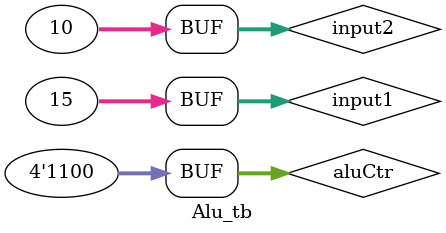
<source format=v>
`timescale 1ns / 1ps


module Alu_tb();
    reg [31:0] input1;
    reg [31:0] input2;
    reg [3:0] aluCtr;
    wire Zero;
    wire [31:0] ALURes;
    
    Alu u0(input1,input2,aluCtr,Zero,ALURes);
    
    initial begin
    #100
    input1 = 32'd15;
    input2 = 32'd10;
    aluCtr = 4'b0000; //and
    #100  aluCtr = 4'b0001;  //or
    #100  aluCtr = 4'b0010;  //add
    #100  aluCtr = 4'b0110;  //sub
    #100  aluCtr = 4'b0111;  //alt
    #100  aluCtr = 4'b1100;  //nor
    end
endmodule

</source>
